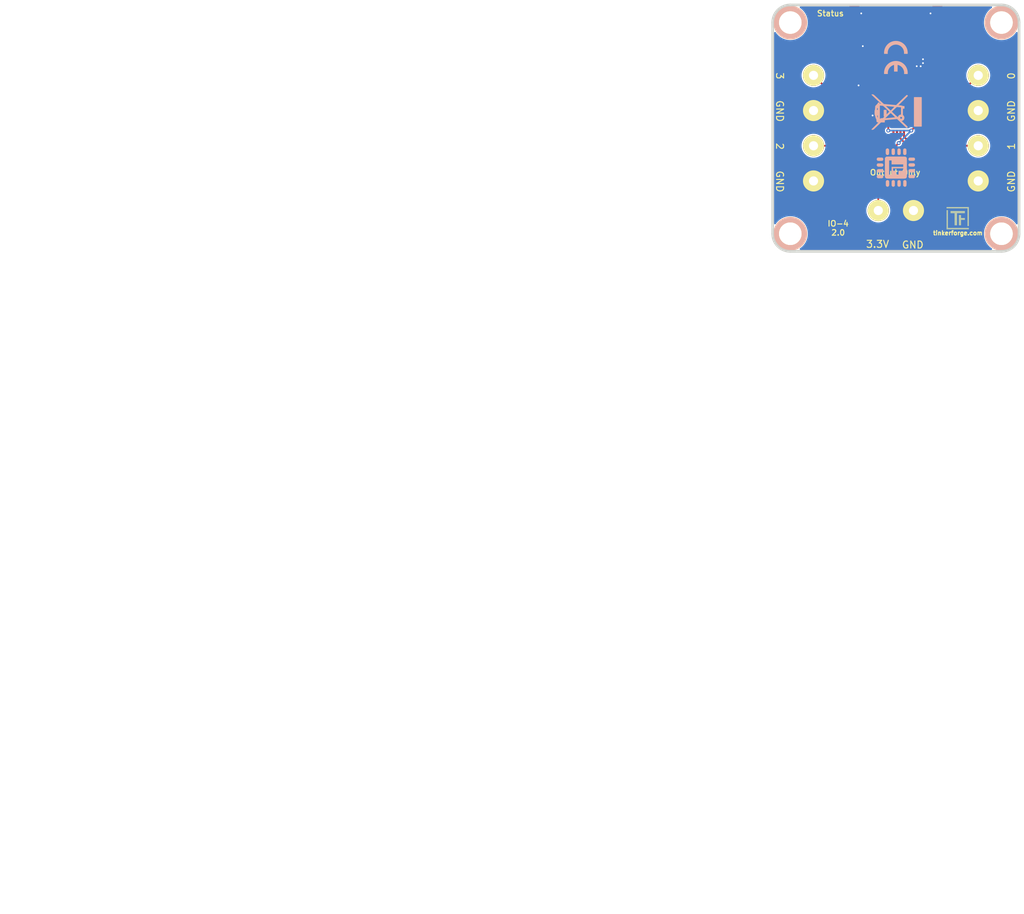
<source format=kicad_pcb>
(kicad_pcb (version 20221018) (generator pcbnew)
  (title_block (title "IO4 Bricklet 2.0") (date "2023-01-27") (rev "2.0") (company "Tinkerforge GmbH") (comment 1 "Licensed under CERN OHL v.1.1") (comment 2 "Copyright (©) 2023, T.Schneidermann <tim@tinkerforge.com>"))
  (layers (0 "F.Cu" signal "Vorderseite") (31 "B.Cu" signal "Rückseite") (34 "B.Paste" user) (35 "F.Paste" user) (36 "B.SilkS" user "B.Silkscreen") (37 "F.SilkS" user "F.Silkscreen") (38 "B.Mask" user) (39 "F.Mask" user) (44 "Edge.Cuts" user))
  (net 0 "")
  (net 1 "GND")
  (net 2 "VCC")
  (net 3 "Net-(J1-Pad1)")
  (net 4 "Net-(J2-Pad1)")
  (net 5 "Net-(J3-Pad2)")
  (net 6 "Net-(J4-Pad2)")
  (net 7 "Net-(P1-Pad1)")
  (net 8 "Net-(P1-Pad6)")
  (net 9 "Net-(C1-Pad1)")
  (net 10 "Net-(D1-Pad2)")
  (net 11 "Net-(P1-Pad4)")
  (net 12 "Net-(P1-Pad5)")
  (net 13 "Net-(P2-Pad1)")
  (net 14 "Net-(P3-Pad2)")
  (net 15 "Net-(R1-Pad1)")
  (net 16 "IO-1")
  (net 17 "IO-2")
  (net 18 "IO-3")
  (net 19 "IO-4")
  (net 20 "S-MISO")
  (net 21 "S-MOSI")
  (net 22 "S-CLK")
  (net 23 "S-CS")
  (net 24 "Net-(U1-Pad2)")
  (net 25 "Net-(U1-Pad3)")
  (net 26 "Net-(U1-Pad5)")
  (net 27 "Net-(U1-Pad6)")
  (net 28 "Net-(U1-Pad8)")
  (net 29 "Net-(U1-Pad16)")
  (net 30 "Net-(U1-Pad17)")
  (net 31 "Net-(U1-Pad18)")
  (net 32 "Net-(U1-Pad19)")
  (net 33 "Net-(U1-Pad20)")
  (net 34 "Net-(U1-Pad21)")
  (footprint "kicad-libraries:Logo_31x31" (layer "F.Cu") (at 148.4 95.6)
    (fp_text reference "Ref**" hide)
    (fp_text value "Val**" hide)
  )
  (footprint "kicad-libraries:Fiducial_Mark" (layer "F.Cu") (at 151.2 71.4 90)
    (fp_text reference "Fiducial_Mark" hide)
    (fp_text value "VAL**" hide)
    (pad "1" smd circle (at 0 0 90) (size 1.00076 1.00076) (layers "F.Cu" "F.Paste" "F.Mask") (clearance 0.65024))
  )
  (footprint "kicad-libraries:Fiducial_Mark" (layer "F.Cu") (at 130.2 96.4 90)
    (fp_text reference "Fiducial_Mark" hide)
    (fp_text value "VAL**" hide)
    (pad "1" smd circle (at 0 0 90) (size 1.00076 1.00076) (layers "F.Cu" "F.Paste" "F.Mask") (clearance 0.65024))
  )
  (footprint "kicad-libraries:DEBUG_PAD" (layer "F.Cu") (at 144 79.3 90)
    (fp_text reference "P2")
    (fp_text value "DEBUG")
    (pad "1" smd circle (at 0 0 90) (size 0.7 0.7) (layers "F.Cu" "F.Paste" "F.Mask") (net 13 "Net-(P2-Pad1)"))
  )
  (footprint "kicad-libraries:QFN24-4x4mm-0.5mm" (layer "F.Cu") (at 140 79.1)
    (fp_text reference "U1")
    (fp_text value "XMC1100")
    (pad "1" smd oval (at -2.025 -1.25) (size 1 0.3) (layers "F.Cu" "F.Paste" "F.Mask") (net 20 "S-MISO"))
    (pad "2" smd oval (at -2.025 -0.75) (size 1 0.3) (layers "F.Cu" "F.Paste" "F.Mask") (net 24 "Net-(U1-Pad2)"))
    (pad "3" smd oval (at -2.025 -0.25) (size 1 0.3) (layers "F.Cu" "F.Paste" "F.Mask") (net 25 "Net-(U1-Pad3)"))
    (pad "4" smd oval (at -2.025 0.25) (size 1 0.3) (layers "F.Cu" "F.Paste" "F.Mask") (net 14 "Net-(P3-Pad2)"))
    (pad "5" smd oval (at -2.025 0.75) (size 1 0.3) (layers "F.Cu" "F.Paste" "F.Mask") (net 26 "Net-(U1-Pad5)"))
    (pad "6" smd oval (at -2.025 1.25) (size 1 0.3) (layers "F.Cu" "F.Paste" "F.Mask") (net 27 "Net-(U1-Pad6)"))
    (pad "7" smd oval (at -1.25 2.025 90) (size 1 0.3) (layers "F.Cu" "F.Paste" "F.Mask") (net 15 "Net-(R1-Pad1)"))
    (pad "8" smd oval (at -0.75 2.025 90) (size 1 0.3) (layers "F.Cu" "F.Paste" "F.Mask") (net 28 "Net-(U1-Pad8)"))
    (pad "9" smd oval (at -0.25 2.025 90) (size 1 0.3) (layers "F.Cu" "F.Paste" "F.Mask") (net 1 "GND"))
    (pad "10" smd oval (at 0.25 2.025 90) (size 1 0.3) (layers "F.Cu" "F.Paste" "F.Mask") (net 2 "VCC"))
    (pad "11" smd oval (at 0.75 2.025 90) (size 1 0.3) (layers "F.Cu" "F.Paste" "F.Mask") (net 19 "IO-4"))
    (pad "12" smd oval (at 1.25 2.025 90) (size 1 0.3) (layers "F.Cu" "F.Paste" "F.Mask") (net 18 "IO-3"))
    (pad "13" smd oval (at 2.025 1.25) (size 1 0.3) (layers "F.Cu" "F.Paste" "F.Mask") (net 17 "IO-2"))
    (pad "14" smd oval (at 2.025 0.75) (size 1 0.3) (layers "F.Cu" "F.Paste" "F.Mask") (net 16 "IO-1"))
    (pad "15" smd oval (at 2.025 0.25) (size 1 0.3) (layers "F.Cu" "F.Paste" "F.Mask") (net 13 "Net-(P2-Pad1)"))
    (pad "16" smd oval (at 2.025 -0.25) (size 1 0.3) (layers "F.Cu" "F.Paste" "F.Mask") (net 29 "Net-(U1-Pad16)"))
    (pad "17" smd oval (at 2.025 -0.75) (size 1 0.3) (layers "F.Cu" "F.Paste" "F.Mask") (net 30 "Net-(U1-Pad17)"))
    (pad "18" smd oval (at 2.025 -1.25) (size 1 0.3) (layers "F.Cu" "F.Paste" "F.Mask") (net 31 "Net-(U1-Pad18)"))
    (pad "19" smd oval (at 1.25 -2.025 90) (size 1 0.3) (layers "F.Cu" "F.Paste" "F.Mask") (net 32 "Net-(U1-Pad19)"))
    (pad "20" smd oval (at 0.75 -2.025 90) (size 1 0.3) (layers "F.Cu" "F.Paste" "F.Mask") (net 33 "Net-(U1-Pad20)"))
    (pad "21" smd oval (at 0.25 -2.025 90) (size 1 0.3) (layers "F.Cu" "F.Paste" "F.Mask") (net 34 "Net-(U1-Pad21)"))
    (pad "22" smd oval (at -0.25 -2.025 90) (size 1 0.3) (layers "F.Cu" "F.Paste" "F.Mask") (net 23 "S-CS"))
    (pad "23" smd oval (at -0.75 -2.025 90) (size 1 0.3) (layers "F.Cu" "F.Paste" "F.Mask") (net 22 "S-CLK"))
    (pad "24" smd oval (at -1.25 -2.025 90) (size 1 0.3) (layers "F.Cu" "F.Paste" "F.Mask") (net 21 "S-MOSI"))
    (pad "EXP" smd rect (at -0.65 -0.65) (size 1.3 1.3) (layers "F.Cu" "F.Paste" "F.Mask") (net 1 "GND"))
    (pad "EXP" smd rect (at -0.65 0.65) (size 1.3 1.3) (layers "F.Cu" "F.Paste" "F.Mask") (net 1 "GND"))
    (pad "EXP" smd rect (at 0.65 -0.65) (size 1.3 1.3) (layers "F.Cu" "F.Paste" "F.Mask") (net 1 "GND"))
    (pad "EXP" smd rect (at 0.65 0.65) (size 1.3 1.3) (layers "F.Cu" "F.Paste" "F.Mask") (net 1 "GND"))
  )
  (footprint "kicad-libraries:Fiducial_Mark" (layer "F.Cu") (at 147.2 90.4 90)
    (fp_text reference "Fiducial_Mark" hide)
    (fp_text value "VAL**" hide)
    (pad "1" smd circle (at 0 0 90) (size 1.00076 1.00076) (layers "F.Cu" "F.Paste" "F.Mask") (clearance 0.65024))
  )
  (footprint "kicad-libraries:C0402F" (layer "F.Cu") (at 137 73.4 180)
    (fp_text reference "C1")
    (fp_text value "220pF")
    (pad "1" smd rect (at -0.5 0 180) (size 0.6 0.7) (layers "F.Cu" "F.Paste" "F.Mask") (net 9 "Net-(C1-Pad1)"))
    (pad "2" smd rect (at 0.5 0 180) (size 0.6 0.7) (layers "F.Cu" "F.Paste" "F.Mask") (net 1 "GND"))
  )
  (footprint "kicad-libraries:C0805" (layer "F.Cu") (at 143.6 73.4)
    (fp_text reference "C2")
    (fp_text value "10uF")
    (pad "1" smd rect (at -1.00076 0) (size 1.00076 1.24968) (layers "F.Cu" "F.Paste" "F.Mask") (net 2 "VCC") (clearance 0.14986))
    (pad "2" smd rect (at 1.00076 0) (size 1.00076 1.24968) (layers "F.Cu" "F.Paste" "F.Mask") (net 1 "GND") (clearance 0.14986))
  )
  (footprint "kicad-libraries:C0603F" (layer "F.Cu") (at 143.6 74.9)
    (fp_text reference "C3")
    (fp_text value "1uF")
    (pad "1" smd rect (at -0.75 0) (size 0.9 0.9) (layers "F.Cu" "F.Paste" "F.Mask") (net 2 "VCC"))
    (pad "2" smd rect (at 0.75 0) (size 0.9 0.9) (layers "F.Cu" "F.Paste" "F.Mask") (net 1 "GND"))
  )
  (footprint "kicad-libraries:C0603F" (layer "F.Cu") (at 139.4 82.6 180)
    (fp_text reference "C4")
    (fp_text value "100nF")
    (pad "1" smd rect (at -0.75 0 180) (size 0.9 0.9) (layers "F.Cu" "F.Paste" "F.Mask") (net 2 "VCC"))
    (pad "2" smd rect (at 0.75 0 180) (size 0.9 0.9) (layers "F.Cu" "F.Paste" "F.Mask") (net 1 "GND"))
  )
  (footprint "kicad-libraries:D0603F" (layer "F.Cu") (at 131.9 69.5 180)
    (fp_text reference "D1")
    (fp_text value "blue")
    (pad "1" smd rect (at -0.75 0 180) (size 0.9 0.9) (layers "F.Cu" "F.Paste" "F.Mask") (net 2 "VCC"))
    (pad "2" smd rect (at 0.75 0 180) (size 0.9 0.9) (layers "F.Cu" "F.Paste" "F.Mask") (net 10 "Net-(D1-Pad2)"))
  )
  (footprint "kicad-libraries:AKL_5_2" (layer "F.Cu") (at 152.9 79.4 -90)
    (fp_text reference "J1")
    (fp_text value "AKL_5_2")
    (pad "1" thru_hole circle (at -2.49936 0 270) (size 2.99974 2.99974) (drill 1.30048) (layers "*.Cu" "*.Mask" "F.SilkS") (net 3 "Net-(J1-Pad1)"))
    (pad "2" thru_hole circle (at 2.49936 0 270) (size 2.99974 2.99974) (drill 1.30048) (layers "*.Cu" "*.Mask" "F.SilkS") (net 1 "GND"))
  )
  (footprint "kicad-libraries:AKL_5_2" (layer "F.Cu") (at 152.9 89.4 -90)
    (fp_text reference "J2")
    (fp_text value "AKL_5_2")
    (pad "1" thru_hole circle (at -2.49936 0 270) (size 2.99974 2.99974) (drill 1.30048) (layers "*.Cu" "*.Mask" "F.SilkS") (net 4 "Net-(J2-Pad1)"))
    (pad "2" thru_hole circle (at 2.49936 0 270) (size 2.99974 2.99974) (drill 1.30048) (layers "*.Cu" "*.Mask" "F.SilkS") (net 1 "GND"))
  )
  (footprint "kicad-libraries:AKL_5_2" (layer "F.Cu") (at 129.5 89.4 90)
    (fp_text reference "J3")
    (fp_text value "AKL_5_2")
    (pad "1" thru_hole circle (at -2.49936 0 90) (size 2.99974 2.99974) (drill 1.30048) (layers "*.Cu" "*.Mask" "F.SilkS") (net 1 "GND"))
    (pad "2" thru_hole circle (at 2.49936 0 90) (size 2.99974 2.99974) (drill 1.30048) (layers "*.Cu" "*.Mask" "F.SilkS") (net 5 "Net-(J3-Pad2)"))
  )
  (footprint "kicad-libraries:AKL_5_2" (layer "F.Cu") (at 129.5 79.4 90)
    (fp_text reference "J4")
    (fp_text value "AKL_5_2")
    (pad "1" thru_hole circle (at -2.49936 0 90) (size 2.99974 2.99974) (drill 1.30048) (layers "*.Cu" "*.Mask" "F.SilkS") (net 1 "GND"))
    (pad "2" thru_hole circle (at 2.49936 0 90) (size 2.99974 2.99974) (drill 1.30048) (layers "*.Cu" "*.Mask" "F.SilkS") (net 6 "Net-(J4-Pad2)"))
  )
  (footprint "kicad-libraries:AKL_5_2" (layer "F.Cu") (at 141.2 96.1 180)
    (fp_text reference "J5")
    (fp_text value "AKL_5_2")
    (pad "1" thru_hole circle (at -2.49936 0 180) (size 2.99974 2.99974) (drill 1.30048) (layers "*.Cu" "*.Mask" "F.SilkS") (net 1 "GND"))
    (pad "2" thru_hole circle (at 2.49936 0 180) (size 2.99974 2.99974) (drill 1.30048) (layers "*.Cu" "*.Mask" "F.SilkS") (net 2 "VCC"))
  )
  (footprint "kicad-libraries:CON-SENSOR2" (layer "F.Cu") (at 141.2 66.9 180)
    (fp_text reference "P1")
    (fp_text value "CON-SENSOR2")
    (pad "1" smd rect (at -3.75 -4.6 180) (size 0.6 1.8) (layers "F.Cu" "F.Paste" "F.Mask") (net 7 "Net-(P1-Pad1)"))
    (pad "2" smd rect (at -2.5 -4.6 180) (size 0.6 1.8) (layers "F.Cu" "F.Paste" "F.Mask") (net 1 "GND"))
    (pad "3" smd rect (at -1.25 -4.6 180) (size 0.6 1.8) (layers "F.Cu" "F.Paste" "F.Mask") (net 2 "VCC"))
    (pad "4" smd rect (at 0 -4.6 180) (size 0.6 1.8) (layers "F.Cu" "F.Paste" "F.Mask") (net 11 "Net-(P1-Pad4)"))
    (pad "5" smd rect (at 1.25 -4.6 180) (size 0.6 1.8) (layers "F.Cu" "F.Paste" "F.Mask") (net 12 "Net-(P1-Pad5)"))
    (pad "6" smd rect (at 2.5 -4.6 180) (size 0.6 1.8) (layers "F.Cu" "F.Paste" "F.Mask") (net 8 "Net-(P1-Pad6)"))
    (pad "7" smd rect (at 3.75 -4.6 180) (size 0.6 1.8) (layers "F.Cu" "F.Paste" "F.Mask") (net 9 "Net-(C1-Pad1)"))
    (pad "EP" smd rect (at -5.9 -1.2 180) (size 1.4 2.4) (layers "F.Cu" "F.Paste" "F.Mask") (net 1 "GND"))
    (pad "EP" smd rect (at 5.9 -1.2 180) (size 1.4 2.4) (layers "F.Cu" "F.Paste" "F.Mask") (net 1 "GND"))
  )
  (footprint "kicad-libraries:SolderJumper" (layer "F.Cu") (at 136.1 79.3)
    (fp_text reference "P3")
    (fp_text value "BOOT")
    (pad "1" smd rect (at -0.5 0) (size 0.4 1.4) (layers "F.Cu" "F.Mask") (net 1 "GND"))
    (pad "1" smd rect (at -0.225 -0.55) (size 0.95 0.3) (layers "F.Cu" "F.Mask") (net 1 "GND"))
    (pad "1" smd rect (at -0.225 0.55) (size 0.95 0.3) (layers "F.Cu" "F.Mask") (net 1 "GND"))
    (pad "2" smd rect (at 0.15 0) (size 0.6 0.5) (layers "F.Cu" "F.Mask") (net 14 "Net-(P3-Pad2)"))
    (pad "2" smd rect (at 0.55 0) (size 0.3 1.4) (layers "F.Cu" "F.Mask") (net 14 "Net-(P3-Pad2)"))
  )
  (footprint "kicad-libraries:R0603F" (layer "F.Cu") (at 131.9 70.9 180)
    (fp_text reference "R1")
    (fp_text value "1k")
    (pad "1" smd rect (at -0.75 0 180) (size 0.9 0.9) (layers "F.Cu" "F.Paste" "F.Mask") (net 15 "Net-(R1-Pad1)"))
    (pad "2" smd rect (at 0.75 0 180) (size 0.9 0.9) (layers "F.Cu" "F.Paste" "F.Mask") (net 10 "Net-(D1-Pad2)"))
  )
  (footprint "kicad-libraries:4X0402" (layer "F.Cu") (at 141.6 84.5 180)
    (fp_text reference "RP1")
    (fp_text value "82")
    (pad "1" smd rect (at -0.7493 0.575) (size 0.29972 0.65) (layers "F.Cu" "F.Paste" "F.Mask") (net 16 "IO-1"))
    (pad "2" smd rect (at -0.24892 0.575) (size 0.29972 0.65) (layers "F.Cu" "F.Paste" "F.Mask") (net 17 "IO-2"))
    (pad "3" smd rect (at 0.24892 0.575) (size 0.29972 0.65) (layers "F.Cu" "F.Paste" "F.Mask") (net 18 "IO-3"))
    (pad "4" smd rect (at 0.7493 0.575) (size 0.29972 0.65) (layers "F.Cu" "F.Paste" "F.Mask") (net 19 "IO-4"))
    (pad "5" smd rect (at 0.7493 -0.575 180) (size 0.29972 0.65) (layers "F.Cu" "F.Paste" "F.Mask") (net 6 "Net-(J4-Pad2)"))
    (pad "6" smd rect (at 0.24892 -0.575 180) (size 0.29972 0.65) (layers "F.Cu" "F.Paste" "F.Mask") (net 5 "Net-(J3-Pad2)"))
    (pad "7" smd rect (at -0.24892 -0.575 180) (size 0.29972 0.65) (layers "F.Cu" "F.Paste" "F.Mask") (net 4 "Net-(J2-Pad1)"))
    (pad "8" smd rect (at -0.7493 -0.575 180) (size 0.29972 0.65) (layers "F.Cu" "F.Paste" "F.Mask") (net 3 "Net-(J1-Pad1)"))
  )
  (footprint "kicad-libraries:4X0402" (layer "F.Cu") (at 139.3 74 180)
    (fp_text reference "RP2")
    (fp_text value "82")
    (pad "1" smd rect (at -0.7493 0.575) (size 0.29972 0.65) (layers "F.Cu" "F.Paste" "F.Mask") (net 11 "Net-(P1-Pad4)"))
    (pad "2" smd rect (at -0.24892 0.575) (size 0.29972 0.65) (layers "F.Cu" "F.Paste" "F.Mask") (net 12 "Net-(P1-Pad5)"))
    (pad "3" smd rect (at 0.24892 0.575) (size 0.29972 0.65) (layers "F.Cu" "F.Paste" "F.Mask") (net 8 "Net-(P1-Pad6)"))
    (pad "4" smd rect (at 0.7493 0.575) (size 0.29972 0.65) (layers "F.Cu" "F.Paste" "F.Mask") (net 9 "Net-(C1-Pad1)"))
    (pad "5" smd rect (at 0.7493 -0.575 180) (size 0.29972 0.65) (layers "F.Cu" "F.Paste" "F.Mask") (net 20 "S-MISO"))
    (pad "6" smd rect (at 0.24892 -0.575 180) (size 0.29972 0.65) (layers "F.Cu" "F.Paste" "F.Mask") (net 21 "S-MOSI"))
    (pad "7" smd rect (at -0.24892 -0.575 180) (size 0.29972 0.65) (layers "F.Cu" "F.Paste" "F.Mask") (net 22 "S-CLK"))
    (pad "8" smd rect (at -0.7493 -0.575 180) (size 0.29972 0.65) (layers "F.Cu" "F.Paste" "F.Mask") (net 23 "S-CS"))
  )
  (footprint "kicad-libraries:DRILL_NP" (layer "F.Cu") (at 126.2 69.4 90)
    (fp_text reference "U2" hide)
    (fp_text value "DRILL" hide)
    (pad "" np_thru_hole circle (at 0 0 90) (size 3.2 3.2) (drill 3.2) (layers "F&B.Cu" "*.Mask") (clearance 0.89))
  )
  (footprint "kicad-libraries:DRILL_NP" (layer "F.Cu") (at 156.2 69.4 180)
    (fp_text reference "U3" hide)
    (fp_text value "DRILL" hide)
    (pad "" np_thru_hole circle (at 0 0 180) (size 3.2 3.2) (drill 3.2) (layers "F&B.Cu" "*.Mask") (clearance 0.89))
  )
  (footprint "kicad-libraries:DRILL_NP" (layer "F.Cu") (at 156.2 99.4 90)
    (fp_text reference "U4" hide)
    (fp_text value "DRILL" hide)
    (pad "" np_thru_hole circle (at 0 0 90) (size 3.2 3.2) (drill 3.2) (layers "F&B.Cu" "*.Mask") (clearance 0.89))
  )
  (footprint "kicad-libraries:DRILL_NP" (layer "F.Cu") (at 126.2 99.4 180)
    (fp_text reference "U5" hide)
    (fp_text value "DRILL" hide)
    (pad "" np_thru_hole circle (at 0 0 180) (size 3.2 3.2) (drill 3.2) (layers "F&B.Cu" "*.Mask") (clearance 0.89))
  )
  (footprint "kicad-libraries:WEEE_7mm" (layer "B.Cu") (at 141.3 82.1 -90)
    (fp_text reference "VAL" hide)
    (fp_text value "WEEE_7mm" hide)
  )
  (footprint "kicad-libraries:CE_5mm" (layer "B.Cu") (at 141.2 74.4 -90)
    (fp_text reference "VAL" hide)
    (fp_text value "CE_5mm" hide)
  )
  (footprint "kicad-libraries:Logo_CoMCU" (layer "B.Cu") (at 141.2 90 -90)
    (fp_text reference "G***" hide)
    (fp_text value "LOGO" hide)
  )
  (gr_line (start 156.2 101.9) (end 126.2 101.9) (stroke (width 0.381)) (layer "Edge.Cuts"))
  (gr_line (start 123.7 99.4) (end 123.7 69.4) (stroke (width 0.381)) (layer "Edge.Cuts"))
  (gr_arc (start 123.7 69.4) (mid 124.432233 67.632233) (end 126.2 66.9) (stroke (width 0.381)) (layer "Edge.Cuts"))
  (gr_arc (start 158.7 99.4) (mid 157.967767 101.167767) (end 156.2 101.9) (stroke (width 0.381)) (layer "Edge.Cuts"))
  (gr_arc (start 126.2 101.9) (mid 124.432233 101.167767) (end 123.7 99.4) (stroke (width 0.381)) (layer "Edge.Cuts"))
  (gr_line (start 158.7 69.4) (end 158.7 99.4) (stroke (width 0.381)) (layer "Edge.Cuts"))
  (gr_arc (start 156.2 66.9) (mid 157.967767 67.632233) (end 158.7 69.4) (stroke (width 0.381)) (layer "Edge.Cuts"))
  (gr_line (start 126.2 66.9) (end 156.2 66.9) (stroke (width 0.381)) (layer "Edge.Cuts"))
  (gr_text "GND" (at 157.60244 81.9756 90) (layer "F.SilkS") (effects (font (size 1.00076 1.00076) (thickness 0.14986))))
  (gr_text "GND" (at 124.70182 81.9756 270) (layer "F.SilkS") (effects (font (size 1.00076 1.00076) (thickness 0.14986))))
  (gr_text "Output Only" (at 141.1 90.7) (layer "F.SilkS") (effects (font (size 0.8001 0.8001) (thickness 0.14986))))
  (gr_text "GND" (at 157.60244 91.97558 90) (layer "F.SilkS") (effects (font (size 1.00076 1.00076) (thickness 0.14986))))
  (gr_text "2" (at 124.70182 86.97686 270) (layer "F.SilkS") (effects (font (size 1.00076 1.00076) (thickness 0.14986))))
  (gr_text "GND" (at 124.70182 91.97558 270) (layer "F.SilkS") (effects (font (size 1.00076 1.00076) (thickness 0.14986))))
  (gr_text "1" (at 157.60244 86.97686 90) (layer "F.SilkS") (effects (font (size 1.00076 1.00076) (thickness 0.14986))))
  (gr_text "3.3V" (at 138.6007 100.87734) (layer "F.SilkS") (effects (font (size 1.00076 1.00076) (thickness 0.14986))))
  (gr_text "Status" (at 131.9 68.1) (layer "F.SilkS") (effects (font (size 0.8 0.8))))
  (gr_text "GND" (at 143.60196 100.97734) (layer "F.SilkS") (effects (font (size 1.00076 1.00076) (thickness 0.14986))))
  (gr_text "IO-4\n2.0\n" (at 133 98.6) (layer "F.SilkS") (effects (font (size 0.8001 0.8001) (thickness 0.14986))))
  (gr_text "3" (at 124.70182 76.97688 270) (layer "F.SilkS") (effects (font (size 1.00076 1.00076) (thickness 0.14986))))
  (gr_text "0" (at 157.60244 76.97688 90) (layer "F.SilkS") (effects (font (size 1.00076 1.00076) (thickness 0.14986))))
  (gr_text "tinkerforge.com" (at 150 99.3) (layer "F.SilkS") (effects (font (size 0.6 0.6) (thickness 0.14986))))
  (segment (start 139.4 78.44) (end 140.7 78.44) (width 0.55) (layer "F.Cu") (net 1))
  (segment (start 140.7 78.44) (end 140.7 79.74) (width 0.55) (layer "F.Cu") (net 1))
  (segment (start 140.7 79.74) (end 139.4 79.74) (width 0.55) (layer "F.Cu") (net 1))
  (segment (start 143.95 73.39) (end 143.7 73.14) (width 0.5) (layer "F.Cu") (net 1))
  (segment (start 143.7 73.14) (end 143.7 71.5) (width 0.5) (layer "F.Cu") (net 1))
  (segment (start 144.32 74.36) (end 144.61076 74.06924) (width 0.5) (layer "F.Cu") (net 1))
  (segment (start 144.61076 74.06924) (end 144.61076 73.39) (width 0.5) (layer "F.Cu") (net 1))
  (segment (start 135.67 79.88) (end 135.61 79.82) (width 0.2) (layer "F.Cu") (net 1))
  (segment (start 135.61 79.82) (end 135.61 79.32) (width 0.2) (layer "F.Cu") (net 1))
  (segment (start 135.61 79.32) (end 135.62 79.33) (width 0.2) (layer "F.Cu") (net 1))
  (segment (start 135.62 78.81) (end 135.66 78.77) (width 0.2) (layer "F.Cu") (net 1))
  (segment (start 135.66 78.77) (end 136.01 78.77) (width 0.2) (layer "F.Cu") (net 1))
  (segment (start 136.01 78.77) (end 135.895 78.78) (width 0.2) (layer "F.Cu") (net 1))
  (segment (start 135.895 78.335) (end 135.9 78.33) (width 0.2) (layer "F.Cu") (net 1))
  (segment (start 144.78 74.88) (end 145.05 74.61) (width 0.55) (layer "F.Cu") (net 1))
  (segment (start 144.77 74.88) (end 145.05 75.16) (width 0.55) (layer "F.Cu") (net 1))
  (segment (start 144.32 75.21) (end 144.72 75.61) (width 0.55) (layer "F.Cu") (net 1))
  (segment (start 144.32 75.44) (end 144.16 75.6) (width 0.55) (layer "F.Cu") (net 1))
  (segment (start 144.71 75.6) (end 144.72 75.61) (width 0.55) (layer "F.Cu") (net 1))
  (segment (start 145.05 75.28) (end 144.72 75.61) (width 0.55) (layer "F.Cu") (net 1))
  (segment (start 144.16 75.04) (end 144.32 74.88) (width 0.55) (layer "F.Cu") (net 1))
  (segment (start 144.16 75.6) (end 144.71 75.6) (width 0.55) (layer "F.Cu") (net 1))
  (segment (start 135.3 68.1) (end 136.28 68.1) (width 0.55) (layer "F.Cu") (net 1))
  (segment (start 145.05 75.16) (end 145.05 75.28) (width 0.55) (layer "F.Cu") (net 1))
  (segment (start 139.75 80.09) (end 139.4 79.74) (width 0.2) (layer "F.Cu") (net 1))
  (segment (start 136.5 73.4) (end 136.5 72.75) (width 0.55) (layer "F.Cu") (net 1))
  (segment (start 144.78 74.88) (end 144.32 74.88) (width 0.55) (layer "F.Cu") (net 1))
  (segment (start 144.32 75.44) (end 144.32 74.88) (width 0.55) (layer "F.Cu") (net 1))
  (segment (start 135.895 78.78) (end 135.895 78.335) (width 0.2) (layer "F.Cu") (net 1))
  (segment (start 144.16 75.6) (end 144.16 75.04) (width 0.55) (layer "F.Cu") (net 1))
  (segment (start 139.75 81.59) (end 139.75 80.09) (width 0.2) (layer "F.Cu") (net 1))
  (segment (start 138.62 82.6) (end 137.89 82.6) (width 0.55) (layer "F.Cu") (net 1))
  (segment (start 139.13 82.6) (end 139.35 82.38) (width 0.2) (layer "F.Cu") (net 1))
  (segment (start 144.61076 73.39) (end 143.95 73.39) (width 0.5) (layer "F.Cu") (net 1))
  (segment (start 139.35 81.99) (end 139.75 81.59) (width 0.2) (layer "F.Cu") (net 1))
  (segment (start 135.895 79.88) (end 135.67 79.88) (width 0.2) (layer "F.Cu") (net 1))
  (segment (start 138.62 82.6) (end 139.13 82.6) (width 0.2) (layer "F.Cu") (net 1))
  (segment (start 145.05 75.16) (end 145.05 74.61) (width 0.55) (layer "F.Cu") (net 1))
  (segment (start 135.62 79.33) (end 135.62 78.81) (width 0.2) (layer "F.Cu") (net 1))
  (segment (start 144.32 74.88) (end 144.32 74.36) (width 0.5) (layer "F.Cu") (net 1))
  (segment (start 139.4 79.74) (end 139.4 78.44) (width 0.55) (layer "F.Cu") (net 1))
  (segment (start 147.1 68.1) (end 146.12 68.1) (width 0.55) (layer "F.Cu") (net 1))
  (segment (start 139.35 82.38) (end 139.35 81.99) (width 0.2) (layer "F.Cu") (net 1))
  (segment (start 144.32 74.88) (end 144.77 74.88) (width 0.55) (layer "F.Cu") (net 1))
  (via (at 144.72 75.61) (size 0.55) (drill 0.25) (layers "F.Cu" "B.Cu") (net 1))
  (via (at 136.28 68.1) (size 0.55) (drill 0.25) (layers "F.Cu" "B.Cu") (net 1))
  (via (at 144.16 75.6) (size 0.55) (drill 0.25) (layers "F.Cu" "B.Cu") (net 1))
  (via (at 136.5 72.75) (size 0.55) (drill 0.25) (layers "F.Cu" "B.Cu") (net 1))
  (via (at 146.12 68.1) (size 0.55) (drill 0.25) (layers "F.Cu" "B.Cu") (net 1))
  (via (at 135.9 78.33) (size 0.55) (drill 0.25) (layers "F.Cu" "B.Cu") (net 1))
  (via (at 145.05 74.61) (size 0.55) (drill 0.25) (layers "F.Cu" "B.Cu") (net 1))
  (via (at 145.05 75.16) (size 0.55) (drill 0.25) (layers "F.Cu" "B.Cu") (net 1))
  (via (at 137.89 82.6) (size 0.55) (drill 0.25) (layers "F.Cu" "B.Cu") (net 1))
  (segment (start 152.9009 91.97558) (end 152.90344 91.97558) (width 0.29972) (layer "B.Cu") (net 1))
  (segment (start 142.60924 72.84924) (end 142.45 72.69) (width 0.5) (layer "F.Cu") (net 2))
  (segment (start 142.45 72.69) (end 142.45 71.5) (width 0.5) (layer "F.Cu") (net 2))
  (segment (start 142.82 74.39) (end 142.60924 74.17924) (width 0.5) (layer "F.Cu") (net 2))
  (segment (start 142.60924 74.17924) (end 142.60924 73.39) (width 0.5) (layer "F.Cu") (net 2))
  (segment (start 142.06 74.88) (end 141.8 74.62) (width 0.25) (layer "F.Cu") (net 2))
  (segment (start 141.8 74.62) (end 141.8 70.42) (width 0.25) (layer "F.Cu") (net 2))
  (segment (start 141.8 70.42) (end 141.02 69.64) (width 0.25) (layer "F.Cu") (net 2))
  (segment (start 141.02 69.64) (end 132.79 69.64) (width 0.25) (layer "F.Cu") (net 2))
  (segment (start 132.79 69.64) (end 132.65 69.5) (width 0.2) (layer "F.Cu") (net 2))
  (segment (start 142.82 76.47) (end 144.81 78.46) (width 0.25) (layer "F.Cu") (net 2))
  (segment (start 144.81 78.46) (end 144.81 83.32) (width 0.25) (layer "F.Cu") (net 2))
  (segment (start 144.81 83.32) (end 143.39 84.74) (width 0.25) (layer "F.Cu") (net 2))
  (segment (start 140.12 84.74) (end 140.12 82.6) (width 0.25) (layer "F.Cu") (net 2))
  (segment (start 141.6 86.52) (end 138.70064 89.41936) (width 0.25) (layer "F.Cu") (net 2))
  (segment (start 138.70064 89.41936) (end 138.70064 96.1) (width 0.25) (layer "F.Cu") (net 2))
  (segment (start 140.12 81.96) (end 140.12 82.6) (width 0.2) (layer "F.Cu") (net 2))
  (segment (start 142.60924 73.39) (end 142.60924 72.84924) (width 0.5) (layer "F.Cu") (net 2))
  (segment (start 142.82 74.88) (end 142.82 74.39) (width 0.5) (layer "F.Cu") (net 2))
  (segment (start 142.82 74.88) (end 142.82 76.47) (width 0.25) (layer "F.Cu") (net 2))
  (segment (start 140.25 81.83) (end 140.12 81.96) (width 0.2) (layer "F.Cu") (net 2))
  (segment (start 142.82 74.88) (end 142.06 74.88) (width 0.25) (layer "F.Cu") (net 2))
  (segment (start 140.25 81.125) (end 140.25 81.83) (width 0.2) (layer "F.Cu") (net 2))
  (via (at 143.39 84.74) (size 0.55) (drill 0.25) (layers "F.Cu" "B.Cu") (net 2))
  (via (at 140.12 84.74) (size 0.55) (drill 0.25) (layers "F.Cu" "B.Cu") (net 2))
  (via (at 141.6 86.52) (size 0.55) (drill 0.25) (layers "F.Cu" "B.Cu") (net 2))
  (segment (start 143.39 84.74) (end 140.12 84.74) (width 0.25) (layer "B.Cu") (net 2))
  (segment (start 143.38 84.74) (end 141.6 86.52) (width 0.25) (layer "B.Cu") (net 2))
  (segment (start 143.39 84.74) (end 143.38 84.74) (width 0.25) (layer "B.Cu") (net 2))
  (segment (start 142.3493 85.6193) (end 142.65 85.92) (width 0.25) (layer "F.Cu") (net 3))
  (segment (start 142.65 85.92) (end 143.88064 85.92) (width 0.25) (layer "F.Cu") (net 3))
  (segment (start 143.88064 85.92) (end 152.9 76.90064) (width 0.25) (layer "F.Cu") (net 3))
  (segment (start 142.3493 85.075) (end 142.3493 85.6193) (width 0.25) (layer "F.Cu") (net 3))
  (segment (start 141.84892 85.87892) (end 142.87064 86.90064) (width 0.25) (layer "F.Cu") (net 4))
  (segment (start 142.87064 86.90064) (end 152.9 86.90064) (width 0.25) (layer "F.Cu") (net 4))
  (segment (start 141.84892 85.075) (end 141.84892 85.87892) (width 0.25) (layer "F.Cu") (net 4))
  (segment (start 141.35108 85.77892) (end 140.22936 86.90064) (width 0.25) (layer "F.Cu") (net 5))
  (segment (start 140.22936 86.90064) (end 129.5 86.90064) (width 0.25) (layer "F.Cu") (net 5))
  (segment (start 141.35108 85.075) (end 141.35108 85.77892) (width 0.25) (layer "F.Cu") (net 5))
  (segment (start 140.8507 85.5793) (end 140.5 85.93) (width 0.25) (layer "F.Cu") (net 6))
  (segment (start 140.5 85.93) (end 138.52936 85.93) (width 0.25) (layer "F.Cu") (net 6))
  (segment (start 138.52936 85.93) (end 129.5 76.90064) (width 0.25) (layer "F.Cu") (net 6))
  (segment (start 140.8507 85.075) (end 140.8507 85.5793) (width 0.25) (layer "F.Cu") (net 6))
  (segment (start 138.7 72.5) (end 139.05108 72.85108) (width 0.2) (layer "F.Cu") (net 8))
  (segment (start 139.05108 72.85108) (end 139.05108 73.425) (width 0.2) (layer "F.Cu") (net 8))
  (segment (start 138.7 71.5) (end 138.7 72.5) (width 0.2) (layer "F.Cu") (net 8))
  (segment (start 138.5257 73.4) (end 138.5507 73.425) (width 0.2) (layer "F.Cu") (net 9))
  (segment (start 137.45 73.35) (end 137.5 73.4) (width 0.2) (layer "F.Cu") (net 9))
  (segment (start 137.45 71.5) (end 137.45 73.35) (width 0.2) (layer "F.Cu") (net 9))
  (segment (start 137.65 73.4) (end 138.5257 73.4) (width 0.2) (layer "F.Cu") (net 9))
  (segment (start 131.15 70.9) (end 131.15 69.5) (width 0.4) (layer "F.Cu") (net 10))
  (segment (start 141.2 72.5) (end 141 72.7) (width 0.2) (layer "F.Cu") (net 11))
  (segment (start 141 72.7) (end 140.3 72.7) (width 0.2) (layer "F.Cu") (net 11))
  (segment (start 140.3 72.7) (end 140.0493 72.9507) (width 0.2) (layer "F.Cu") (net 11))
  (segment (start 140.0493 72.9507) (end 140.0493 73.425) (width 0.2) (layer "F.Cu") (net 11))
  (segment (start 141.2 71.5) (end 141.2 72.5) (width 0.2) (layer "F.Cu") (net 11))
  (segment (start 139.95 72.45) (end 139.54892 72.85108) (width 0.2) (layer "F.Cu") (net 12))
  (segment (start 139.54892 72.85108) (end 139.54892 73.425) (width 0.2) (layer "F.Cu") (net 12))
  (segment (start 139.95 71.5) (end 139.95 72.45) (width 0.2) (layer "F.Cu") (net 12))
  (segment (start 142.075 79.34) (end 143.96 79.34) (width 0.2) (layer "F.Cu") (net 13))
  (segment (start 136.67 79.33) (end 136.69 79.35) (width 0.2) (layer "F.Cu") (net 14))
  (segment (start 136.69 79.35) (end 138.015 79.35) (width 0.2) (layer "F.Cu") (net 14))
  (segment (start 133.89 70.9) (end 135.07 72.08) (width 0.25) (layer "F.Cu") (net 15))
  (segment (start 135.07 72.08) (end 135.07 80.31) (width 0.25) (layer "F.Cu") (net 15))
  (segment (start 135.07 80.31) (end 135.875 81.115) (width 0.25) (layer "F.Cu") (net 15))
  (segment (start 135.875 81.115) (end 138.8 81.115) (width 0.25) (layer "F.Cu") (net 15))
  (segment (start 132.65 70.9) (end 133.89 70.9) (width 0.25) (layer "F.Cu") (net 15))
  (segment (start 142.69 79.84) (end 143.14 80.29) (width 0.2) (layer "F.Cu") (net 16))
  (segment (start 143.14 80.29) (end 143.14 81.16) (width 0.2) (layer "F.Cu") (net 16))
  (segment (start 143.14 81.16) (end 142.3493 81.9507) (width 0.2) (layer "F.Cu") (net 16))
  (segment (start 142.3493 81.9507) (end 142.3493 83.925) (width 0.2) (layer "F.Cu") (net 16))
  (segment (start 142.075 79.84) (end 142.69 79.84) (width 0.2) (layer "F.Cu") (net 16))
  (segment (start 142.66 80.34) (end 142.76 80.44) (width 0.2) (layer "F.Cu") (net 17))
  (segment (start 142.76 80.44) (end 142.76 80.87) (width 0.2) (layer "F.Cu") (net 17))
  (segment (start 142.76 80.87) (end 141.84892 81.78108) (width 0.2) (layer "F.Cu") (net 17))
  (segment (start 141.84892 81.78108) (end 141.84892 83.925) (width 0.2) (layer "F.Cu") (net 17))
  (segment (start 142.075 80.34) (end 142.66 80.34) (width 0.2) (layer "F.Cu") (net 17))
  (segment (start 141.35108 81.22608) (end 141.35108 83.925) (width 0.2) (layer "F.Cu") (net 18))
  (segment (start 141.25 81.125) (end 141.35108 81.22608) (width 0.2) (layer "F.Cu") (net 18))
  (segment (start 140.8507 81.9807) (end 140.8507 83.925) (width 0.2) (layer "F.Cu") (net 19))
  (segment (start 140.75 81.125) (end 140.75 81.88) (width 0.2) (layer "F.Cu") (net 19))
  (segment (start 140.75 81.88) (end 140.8507 81.9807) (width 0.2) (layer "F.Cu") (net 19))
  (segment (start 138.5507 75.2193) (end 138.025 75.745) (width 0.2) (layer "F.Cu") (net 20))
  (segment (start 138.025 75.745) (end 138.025 77.84) (width 0.2) (layer "F.Cu") (net 20))
  (segment (start 138.5507 74.575) (end 138.5507 75.2193) (width 0.2) (layer "F.Cu") (net 20))
  (segment (start 138.75 77.075) (end 138.75 75.65) (width 0.2) (layer "F.Cu") (net 21))
  (segment (start 139.05108 75.34892) (end 139.05108 74.575) (width 0.2) (layer "F.Cu") (net 21))
  (segment (start 138.75 75.65) (end 139.05108 75.34892) (width 0.2) (layer "F.Cu") (net 21))
  (segment (start 139.54892 75.53108) (end 139.25 75.83) (width 0.2) (layer "F.Cu") (net 22))
  (segment (start 139.25 75.83) (end 139.25 77.075) (width 0.2) (layer "F.Cu") (net 22))
  (segment (start 139.54892 74.575) (end 139.54892 75.53108) (width 0.2) (layer "F.Cu") (net 22))
  (segment (start 139.75 77.075) (end 139.75 76.08) (width 0.2) (layer "F.Cu") (net 23))
  (segment (start 140.0493 75.7807) (end 140.0493 74.575) (width 0.2) (layer "F.Cu") (net 23))
  (segment (start 139.75 76.08) (end 140.0493 75.7807) (width 0.2) (layer "F.Cu") (net 23))
  (zone (net 1) (net_name "GND") (layer "B.Cu") (connect_pads yes (clearance 0.2)) (min_thickness 0.254) (fill yes (thermal_gap 0.508) (thermal_bridge_width 0.508))
    (polygon (pts (xy 158.7 66.9) (xy 158.7 101.9) (xy 123.7 101.9) (xy 123.7 66.9)))
  )
)
</source>
